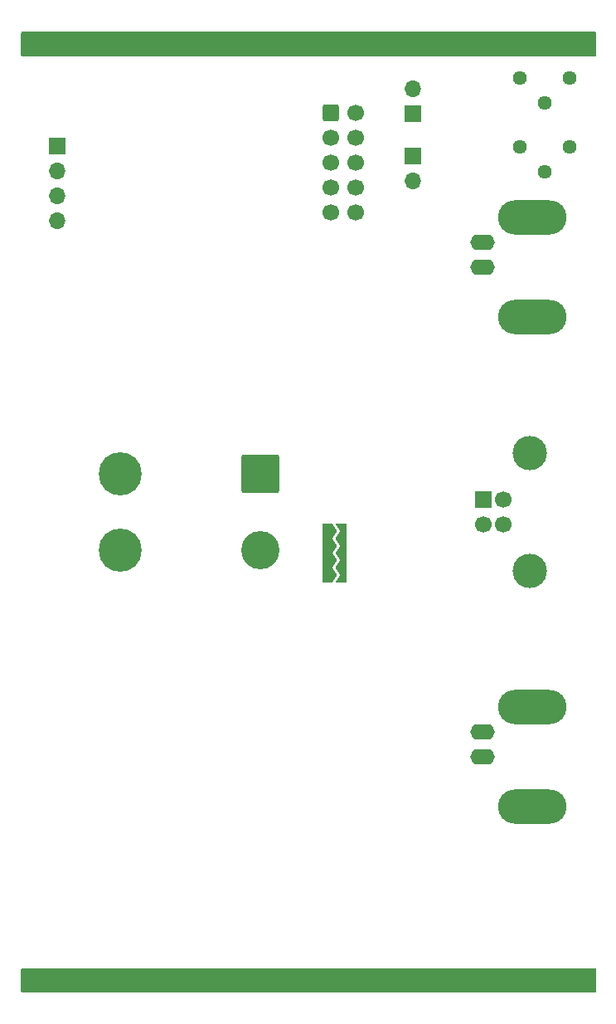
<source format=gbr>
%TF.GenerationSoftware,KiCad,Pcbnew,8.0.0*%
%TF.CreationDate,2024-10-10T18:55:31+02:00*%
%TF.ProjectId,Profiler energetyczny urz_dze_ IoT,50726f66-696c-4657-9220-656e65726765,rev?*%
%TF.SameCoordinates,Original*%
%TF.FileFunction,Soldermask,Bot*%
%TF.FilePolarity,Negative*%
%FSLAX46Y46*%
G04 Gerber Fmt 4.6, Leading zero omitted, Abs format (unit mm)*
G04 Created by KiCad (PCBNEW 8.0.0) date 2024-10-10 18:55:31*
%MOMM*%
%LPD*%
G01*
G04 APERTURE LIST*
G04 Aperture macros list*
%AMRoundRect*
0 Rectangle with rounded corners*
0 $1 Rounding radius*
0 $2 $3 $4 $5 $6 $7 $8 $9 X,Y pos of 4 corners*
0 Add a 4 corners polygon primitive as box body*
4,1,4,$2,$3,$4,$5,$6,$7,$8,$9,$2,$3,0*
0 Add four circle primitives for the rounded corners*
1,1,$1+$1,$2,$3*
1,1,$1+$1,$4,$5*
1,1,$1+$1,$6,$7*
1,1,$1+$1,$8,$9*
0 Add four rect primitives between the rounded corners*
20,1,$1+$1,$2,$3,$4,$5,0*
20,1,$1+$1,$4,$5,$6,$7,0*
20,1,$1+$1,$6,$7,$8,$9,0*
20,1,$1+$1,$8,$9,$2,$3,0*%
%AMFreePoly0*
4,1,6,1.000000,0.000000,0.500000,-0.750000,-0.500000,-0.750000,-0.500000,0.750000,0.500000,0.750000,1.000000,0.000000,1.000000,0.000000,$1*%
%AMFreePoly1*
4,1,6,0.500000,-0.750000,-0.650000,-0.750000,-0.150000,0.000000,-0.650000,0.750000,0.500000,0.750000,0.500000,-0.750000,0.500000,-0.750000,$1*%
G04 Aperture macros list end*
%ADD10RoundRect,0.250000X-0.600000X-0.600000X0.600000X-0.600000X0.600000X0.600000X-0.600000X0.600000X0*%
%ADD11C,1.700000*%
%ADD12R,1.700000X1.700000*%
%ADD13O,1.700000X1.700000*%
%ADD14C,3.500000*%
%ADD15C,1.440000*%
%ADD16C,4.400000*%
%ADD17RoundRect,0.250002X-1.699998X1.699998X-1.699998X-1.699998X1.699998X-1.699998X1.699998X1.699998X0*%
%ADD18C,3.900000*%
%ADD19O,2.500000X1.600000*%
%ADD20O,7.000000X3.500000*%
%ADD21FreePoly0,0.000000*%
%ADD22FreePoly1,0.000000*%
G04 APERTURE END LIST*
D10*
%TO.C,U1*%
X126647500Y-73520000D03*
D11*
X129187500Y-73520000D03*
X126647500Y-76060000D03*
X129187500Y-76060000D03*
X126647500Y-78600000D03*
X129187500Y-78600000D03*
X126647500Y-81140000D03*
X129187500Y-81140000D03*
X126647500Y-83680000D03*
X129187500Y-83680000D03*
%TD*%
D12*
%TO.C,J3*%
X135000000Y-73610000D03*
D13*
X135000000Y-71070000D03*
%TD*%
D12*
%TO.C,J1*%
X142222500Y-113000000D03*
D11*
X142222500Y-115500000D03*
X144222500Y-115500000D03*
X144222500Y-113000000D03*
D14*
X146932500Y-108230000D03*
X146932500Y-120270000D03*
%TD*%
D15*
%TO.C,RV1*%
X151050000Y-70000000D03*
X148510000Y-72540000D03*
X145970000Y-70000000D03*
%TD*%
D12*
%TO.C,J2*%
X135000000Y-77925000D03*
D13*
X135000000Y-80465000D03*
%TD*%
D16*
%TO.C,J5*%
X105125000Y-110350000D03*
X105125000Y-118150000D03*
D17*
X119400000Y-110350000D03*
D18*
X119400000Y-118150000D03*
%TD*%
D19*
%TO.C,J7*%
X142170000Y-89250000D03*
D20*
X147250000Y-84170000D03*
D19*
X142170000Y-86710000D03*
D20*
X147250000Y-94330000D03*
%TD*%
D15*
%TO.C,RV2*%
X151025000Y-77025000D03*
X148485000Y-79565000D03*
X145945000Y-77025000D03*
%TD*%
D19*
%TO.C,J6*%
X142170000Y-139250000D03*
D20*
X147250000Y-134170000D03*
D19*
X142170000Y-136710000D03*
D20*
X147250000Y-144330000D03*
%TD*%
D12*
%TO.C,J4*%
X98702500Y-76950000D03*
D13*
X98702500Y-79490000D03*
X98702500Y-82030000D03*
X98702500Y-84570000D03*
%TD*%
D21*
%TO.C,JP2*%
X126273214Y-116200000D03*
X126273214Y-117700000D03*
X126273214Y-119200000D03*
X126273214Y-120700000D03*
D22*
X127723214Y-116200000D03*
X127723214Y-117700000D03*
X127723214Y-119200000D03*
X127723214Y-120700000D03*
%TD*%
G36*
X153693039Y-160819685D02*
G01*
X153738794Y-160872489D01*
X153750000Y-160924000D01*
X153750000Y-163126000D01*
X153730315Y-163193039D01*
X153677511Y-163238794D01*
X153626000Y-163250000D01*
X95124000Y-163250000D01*
X95056961Y-163230315D01*
X95011206Y-163177511D01*
X95000000Y-163126000D01*
X95000000Y-160924000D01*
X95019685Y-160856961D01*
X95072489Y-160811206D01*
X95124000Y-160800000D01*
X153626000Y-160800000D01*
X153693039Y-160819685D01*
G37*
G36*
X153693039Y-65269685D02*
G01*
X153738794Y-65322489D01*
X153750000Y-65374000D01*
X153750000Y-67626000D01*
X153730315Y-67693039D01*
X153677511Y-67738794D01*
X153626000Y-67750000D01*
X95124000Y-67750000D01*
X95056961Y-67730315D01*
X95011206Y-67677511D01*
X95000000Y-67626000D01*
X95000000Y-65374000D01*
X95019685Y-65306961D01*
X95072489Y-65261206D01*
X95124000Y-65250000D01*
X153626000Y-65250000D01*
X153693039Y-65269685D01*
G37*
M02*

</source>
